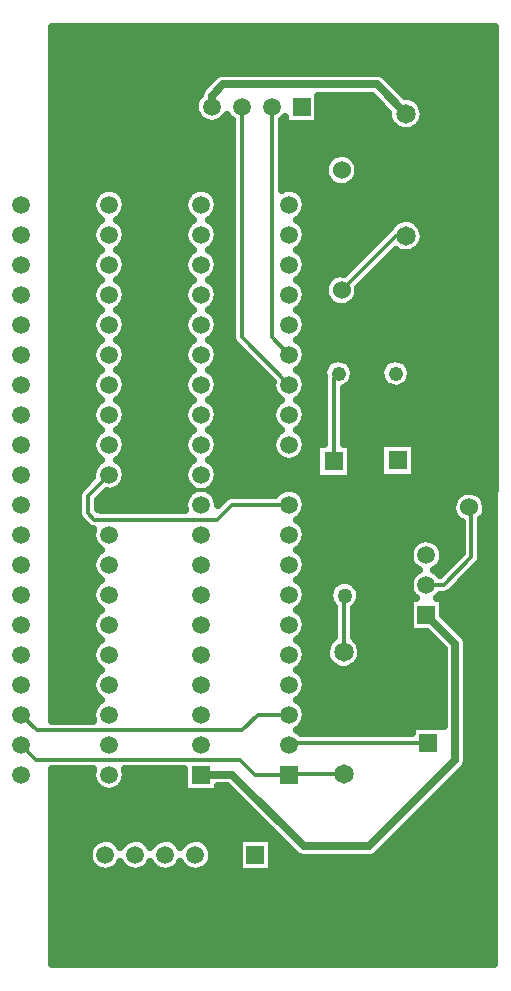
<source format=gbl>
G04 DipTrace 2.3.1.0*
%INLA30KBD.GBL*%
%MOMM*%
%ADD13C,0.33*%
%ADD14C,0.635*%
%ADD15R,1.5X1.5*%
%ADD16C,1.5*%
%ADD17C,1.219*%
%ADD18C,1.65*%
%ADD19C,1.27*%
%ADD20R,1.27X1.27*%
%ADD21R,1.6X1.6*%
%ADD22C,1.6*%
%ADD23C,1.524*%
%ADD24C,1.524*%
%FSLAX53Y53*%
G04*
G71*
G90*
G75*
G01*
%LNBottom*%
%LPD*%
X34452Y34830D2*
D13*
X31798D1*
X30467Y33500D1*
X13092D1*
X11760Y34831D1*
X34452Y29750D2*
X31576D1*
X30287Y31039D1*
X13013D1*
X11760Y32291D1*
X39087Y29795D2*
X34497D1*
X34452Y29750D1*
X38224Y56285D2*
Y63301D1*
X38642Y63719D1*
X19212Y52610D2*
X24010D1*
X25287Y53886D1*
X33188D1*
X34452Y55150D1*
X25287Y53886D2*
Y86224D1*
X25358Y86296D1*
X22818D2*
X25358D1*
X41703Y44921D2*
Y51885D1*
X43635Y53818D1*
X46234Y34990D2*
X44140D1*
X42039Y37091D1*
Y44585D1*
X41703Y44921D1*
X43635Y53818D2*
X45271D1*
X47146Y55693D1*
Y59981D1*
X49708Y62543D1*
X34452Y52610D2*
X29612D1*
X28359Y51356D1*
X17968D1*
X17426Y51899D1*
Y53364D1*
X19212Y55150D1*
X46088Y45799D2*
X47531D1*
X49897Y48165D1*
Y52194D1*
X49708Y52383D1*
X39087Y40145D2*
Y44845D1*
X39163Y44921D1*
X46234Y32450D2*
X34612D1*
X34452Y32290D1*
X44339Y75375D2*
X43497D1*
X38893Y70772D1*
X27000Y29751D2*
D14*
X29649D1*
X35711Y23689D1*
X41211D1*
X48522Y31000D1*
Y40825D1*
X46088Y43259D1*
X27898Y86296D2*
Y87223D1*
X28883Y88208D1*
X41857D1*
X44339Y85725D1*
X32978Y86296D2*
D13*
Y66784D1*
X34452Y65310D1*
X30438Y86296D2*
Y66784D1*
X34452Y62770D1*
X14426Y92389D2*
D14*
X51863D1*
X14426Y91758D2*
X51863D1*
X14426Y91126D2*
X51863D1*
X14426Y90494D2*
X51863D1*
X14426Y89863D2*
X51863D1*
X14426Y89231D2*
X51863D1*
X14426Y88599D2*
X27813D1*
X42932D2*
X51853D1*
X14426Y87968D2*
X27178D1*
X43557D2*
X51853D1*
X14426Y87336D2*
X26850D1*
X44192D2*
X51853D1*
X14426Y86704D2*
X26473D1*
X37008D2*
X41892D1*
X45531D2*
X51853D1*
X14426Y86073D2*
X26434D1*
X37008D2*
X42527D1*
X45859D2*
X51853D1*
X14426Y85441D2*
X26701D1*
X37008D2*
X42805D1*
X45868D2*
X51853D1*
X14426Y84809D2*
X29539D1*
X33883D2*
X43092D1*
X45591D2*
X51853D1*
X14426Y84178D2*
X29539D1*
X33883D2*
X51853D1*
X14426Y83546D2*
X29539D1*
X33883D2*
X51853D1*
X14426Y82914D2*
X29539D1*
X33883D2*
X51853D1*
X14426Y82283D2*
X29539D1*
X33883D2*
X38350D1*
X39439D2*
X51843D1*
X14426Y81651D2*
X29539D1*
X33883D2*
X37586D1*
X40203D2*
X51843D1*
X14426Y81019D2*
X29539D1*
X33883D2*
X37397D1*
X40392D2*
X51843D1*
X14426Y80388D2*
X29539D1*
X33883D2*
X37506D1*
X40282D2*
X51843D1*
X14426Y79756D2*
X29539D1*
X33883D2*
X38012D1*
X39776D2*
X51843D1*
X14426Y79124D2*
X18268D1*
X20161D2*
X26047D1*
X27950D2*
X29539D1*
X35401D2*
X51843D1*
X14426Y78493D2*
X17811D1*
X20617D2*
X25600D1*
X28406D2*
X29539D1*
X35857D2*
X51843D1*
X14426Y77861D2*
X17732D1*
X20687D2*
X25521D1*
X28475D2*
X29539D1*
X35927D2*
X51843D1*
X14426Y77229D2*
X17960D1*
X20468D2*
X25749D1*
X28257D2*
X29539D1*
X35708D2*
X51843D1*
X14426Y76598D2*
X18278D1*
X20141D2*
X26066D1*
X27930D2*
X29539D1*
X35381D2*
X43410D1*
X45263D2*
X51843D1*
X14426Y75966D2*
X17811D1*
X20607D2*
X25600D1*
X28396D2*
X29539D1*
X35847D2*
X42844D1*
X45779D2*
X51834D1*
X14426Y75334D2*
X17732D1*
X20687D2*
X25521D1*
X28475D2*
X29539D1*
X35927D2*
X42209D1*
X45898D2*
X51834D1*
X14426Y74703D2*
X17950D1*
X20468D2*
X25739D1*
X28257D2*
X29539D1*
X35708D2*
X41574D1*
X45739D2*
X51834D1*
X14426Y74071D2*
X18298D1*
X20121D2*
X26086D1*
X27920D2*
X29539D1*
X35361D2*
X40949D1*
X45134D2*
X51834D1*
X14426Y73439D2*
X17821D1*
X20607D2*
X25610D1*
X28396D2*
X29539D1*
X35847D2*
X40314D1*
X42813D2*
X51834D1*
X14436Y72808D2*
X17732D1*
X20697D2*
X25521D1*
X28485D2*
X29539D1*
X35937D2*
X39679D1*
X42178D2*
X51834D1*
X14436Y72176D2*
X17940D1*
X20478D2*
X25729D1*
X28267D2*
X29539D1*
X35718D2*
X38538D1*
X41543D2*
X51834D1*
X14436Y71544D2*
X18317D1*
X20111D2*
X26106D1*
X27900D2*
X29539D1*
X35351D2*
X37625D1*
X40917D2*
X51834D1*
X14436Y70913D2*
X17821D1*
X20597D2*
X25610D1*
X28386D2*
X29539D1*
X35837D2*
X37407D1*
X40382D2*
X51834D1*
X14436Y70281D2*
X17732D1*
X20697D2*
X25521D1*
X28485D2*
X29539D1*
X35937D2*
X37486D1*
X40302D2*
X51824D1*
X14436Y69649D2*
X17930D1*
X20488D2*
X25719D1*
X28277D2*
X29539D1*
X35728D2*
X37933D1*
X39846D2*
X51824D1*
X14436Y69018D2*
X18337D1*
X20091D2*
X26126D1*
X27880D2*
X29539D1*
X35331D2*
X51824D1*
X14436Y68386D2*
X17831D1*
X20597D2*
X25620D1*
X28386D2*
X29539D1*
X35837D2*
X51824D1*
X14436Y67754D2*
X17732D1*
X20697D2*
X25521D1*
X28485D2*
X29539D1*
X35937D2*
X51824D1*
X14436Y67123D2*
X17930D1*
X20498D2*
X25719D1*
X28287D2*
X29539D1*
X35738D2*
X51824D1*
X14436Y66491D2*
X18357D1*
X20072D2*
X26146D1*
X27860D2*
X29589D1*
X35312D2*
X51824D1*
X14436Y65859D2*
X17831D1*
X20588D2*
X25620D1*
X28376D2*
X30115D1*
X35828D2*
X51824D1*
X14436Y65228D2*
X17732D1*
X20697D2*
X25521D1*
X28485D2*
X30750D1*
X35937D2*
X51824D1*
X14436Y64596D2*
X17921D1*
X20508D2*
X25709D1*
X28297D2*
X31375D1*
X35748D2*
X37645D1*
X39638D2*
X42467D1*
X44469D2*
X51824D1*
X14436Y63964D2*
X18377D1*
X20052D2*
X26166D1*
X27840D2*
X32010D1*
X35292D2*
X37318D1*
X39965D2*
X42150D1*
X44787D2*
X51814D1*
X14436Y63333D2*
X17841D1*
X20578D2*
X25630D1*
X28366D2*
X32645D1*
X35818D2*
X37328D1*
X39925D2*
X42180D1*
X44757D2*
X51814D1*
X14436Y62701D2*
X17732D1*
X20697D2*
X25511D1*
X28485D2*
X32972D1*
X35937D2*
X37328D1*
X39489D2*
X42626D1*
X44311D2*
X51814D1*
X14436Y62069D2*
X17911D1*
X20518D2*
X25699D1*
X28297D2*
X33151D1*
X35758D2*
X37328D1*
X39122D2*
X51814D1*
X14436Y61438D2*
X18397D1*
X20032D2*
X26185D1*
X27821D2*
X33637D1*
X35272D2*
X37328D1*
X39122D2*
X51814D1*
X14436Y60806D2*
X17851D1*
X20578D2*
X25640D1*
X28366D2*
X33091D1*
X35818D2*
X37328D1*
X39122D2*
X51814D1*
X14436Y60174D2*
X17722D1*
X20697D2*
X25511D1*
X28485D2*
X32962D1*
X35937D2*
X37328D1*
X39122D2*
X51814D1*
X14436Y59543D2*
X17901D1*
X20518D2*
X25689D1*
X28307D2*
X33141D1*
X35758D2*
X37328D1*
X39122D2*
X51814D1*
X14436Y58911D2*
X18417D1*
X20002D2*
X26205D1*
X27801D2*
X33657D1*
X35242D2*
X37328D1*
X39122D2*
X51814D1*
X14436Y58279D2*
X17851D1*
X20568D2*
X25640D1*
X28356D2*
X33091D1*
X35808D2*
X37328D1*
X39122D2*
X51814D1*
X14436Y57648D2*
X17722D1*
X20697D2*
X25511D1*
X28485D2*
X32962D1*
X35937D2*
X36693D1*
X39757D2*
X42100D1*
X45174D2*
X51804D1*
X14436Y57016D2*
X17891D1*
X20528D2*
X25689D1*
X28317D2*
X33131D1*
X35768D2*
X36693D1*
X39757D2*
X42100D1*
X45174D2*
X51804D1*
X14436Y56384D2*
X18436D1*
X19982D2*
X26225D1*
X27771D2*
X33825D1*
X35083D2*
X36693D1*
X39757D2*
X42100D1*
X45174D2*
X51804D1*
X14436Y55753D2*
X17861D1*
X20568D2*
X25650D1*
X28356D2*
X36693D1*
X39757D2*
X42100D1*
X45174D2*
X51804D1*
X14436Y55121D2*
X17722D1*
X20697D2*
X25511D1*
X28485D2*
X36693D1*
X39757D2*
X42100D1*
X45174D2*
X51804D1*
X14436Y54489D2*
X17305D1*
X20538D2*
X25679D1*
X28327D2*
X51804D1*
X14436Y53858D2*
X16680D1*
X19873D2*
X26255D1*
X27751D2*
X33706D1*
X35202D2*
X51804D1*
X14446Y53226D2*
X16522D1*
X18534D2*
X25650D1*
X28346D2*
X28983D1*
X35798D2*
X48480D1*
X50929D2*
X51804D1*
X14446Y52594D2*
X16522D1*
X18325D2*
X25511D1*
X35937D2*
X48222D1*
X51187D2*
X51804D1*
X14446Y51963D2*
X16522D1*
X35778D2*
X48272D1*
X51147D2*
X51804D1*
X14446Y51331D2*
X16750D1*
X35173D2*
X48668D1*
X50800D2*
X51794D1*
X14446Y50699D2*
X17385D1*
X35788D2*
X48996D1*
X50800D2*
X51794D1*
X14446Y50068D2*
X17722D1*
X35937D2*
X48996D1*
X50800D2*
X51794D1*
X14446Y49436D2*
X17871D1*
X35788D2*
X45116D1*
X47059D2*
X48996D1*
X50800D2*
X51794D1*
X14446Y48804D2*
X18496D1*
X35163D2*
X44680D1*
X47496D2*
X48996D1*
X50800D2*
X51794D1*
X14446Y48173D2*
X17881D1*
X35788D2*
X44610D1*
X47565D2*
X48659D1*
X50800D2*
X51794D1*
X14446Y47541D2*
X17722D1*
X35937D2*
X44849D1*
X47327D2*
X48024D1*
X50522D2*
X51794D1*
X14446Y46909D2*
X17871D1*
X35798D2*
X45136D1*
X47039D2*
X47389D1*
X49887D2*
X51794D1*
X14446Y46278D2*
X18476D1*
X35193D2*
X44680D1*
X49262D2*
X51794D1*
X14446Y45646D2*
X17881D1*
X35778D2*
X38012D1*
X40312D2*
X44610D1*
X48627D2*
X51784D1*
X14446Y45014D2*
X17722D1*
X35937D2*
X37794D1*
X40531D2*
X44839D1*
X47883D2*
X51784D1*
X14446Y44383D2*
X17861D1*
X35798D2*
X37903D1*
X40421D2*
X44600D1*
X47575D2*
X51784D1*
X14446Y43751D2*
X18446D1*
X35212D2*
X38181D1*
X39985D2*
X44600D1*
X47575D2*
X51784D1*
X14446Y43119D2*
X17891D1*
X35768D2*
X38181D1*
X39985D2*
X44600D1*
X47694D2*
X51784D1*
X14446Y42488D2*
X17722D1*
X35937D2*
X38181D1*
X39985D2*
X44600D1*
X48319D2*
X51784D1*
X14446Y41856D2*
X17851D1*
X35808D2*
X38181D1*
X39985D2*
X44600D1*
X48954D2*
X51784D1*
X14446Y41224D2*
X18427D1*
X35242D2*
X37983D1*
X40193D2*
X46654D1*
X49490D2*
X51784D1*
X14446Y40593D2*
X17901D1*
X35768D2*
X37596D1*
X40580D2*
X47289D1*
X49579D2*
X51784D1*
X14446Y39961D2*
X17722D1*
X35937D2*
X37536D1*
X40640D2*
X47468D1*
X49579D2*
X51784D1*
X14446Y39329D2*
X17851D1*
X35818D2*
X37764D1*
X40402D2*
X47468D1*
X49579D2*
X51774D1*
X14446Y38698D2*
X18407D1*
X35262D2*
X38637D1*
X39538D2*
X47468D1*
X49579D2*
X51774D1*
X14446Y38066D2*
X17911D1*
X35758D2*
X47468D1*
X49579D2*
X51774D1*
X14446Y37434D2*
X17722D1*
X35937D2*
X47468D1*
X49579D2*
X51774D1*
X14446Y36803D2*
X17841D1*
X35818D2*
X47468D1*
X49579D2*
X51774D1*
X14446Y36171D2*
X18387D1*
X35282D2*
X47468D1*
X49579D2*
X51774D1*
X14446Y35539D2*
X17911D1*
X35748D2*
X47468D1*
X49579D2*
X51774D1*
X14446Y34908D2*
X17732D1*
X35937D2*
X47468D1*
X49579D2*
X51774D1*
X35828Y34276D2*
X47468D1*
X49579D2*
X51774D1*
X35302Y33644D2*
X44749D1*
X49579D2*
X51774D1*
X49579Y33013D2*
X51764D1*
X49579Y32381D2*
X51764D1*
X49579Y31749D2*
X51764D1*
X49579Y31118D2*
X51764D1*
X49430Y30486D2*
X51764D1*
X14456Y29854D2*
X17732D1*
X20697D2*
X25511D1*
X48845D2*
X51764D1*
X14456Y29223D2*
X17831D1*
X20597D2*
X25511D1*
X48210D2*
X51764D1*
X14456Y28591D2*
X18327D1*
X20101D2*
X25511D1*
X28485D2*
X29341D1*
X47575D2*
X51764D1*
X14456Y27959D2*
X29976D1*
X46950D2*
X51764D1*
X14456Y27328D2*
X30611D1*
X46315D2*
X51754D1*
X14456Y26696D2*
X31236D1*
X45680D2*
X51754D1*
X14456Y26064D2*
X31871D1*
X45055D2*
X51754D1*
X14456Y25433D2*
X32506D1*
X44420D2*
X51754D1*
X14456Y24801D2*
X33131D1*
X43785D2*
X51754D1*
X14456Y24169D2*
X18069D1*
X19724D2*
X20609D1*
X22264D2*
X23149D1*
X24804D2*
X25689D1*
X27344D2*
X30115D1*
X33079D2*
X33766D1*
X43160D2*
X51754D1*
X14456Y23538D2*
X17534D1*
X27890D2*
X30115D1*
X33079D2*
X34401D1*
X42525D2*
X51754D1*
X14456Y22906D2*
X17415D1*
X27999D2*
X30115D1*
X33079D2*
X35046D1*
X41880D2*
X51754D1*
X14456Y22274D2*
X17593D1*
X27821D2*
X30115D1*
X33079D2*
X51754D1*
X14456Y21643D2*
X18317D1*
X19476D2*
X20857D1*
X22016D2*
X23397D1*
X24556D2*
X25937D1*
X27096D2*
X30115D1*
X33079D2*
X51754D1*
X14456Y21011D2*
X51744D1*
X14456Y20379D2*
X51744D1*
X14456Y19748D2*
X51744D1*
X14456Y19116D2*
X51744D1*
X14456Y18484D2*
X51744D1*
X14456Y17853D2*
X51744D1*
X14456Y17221D2*
X51744D1*
X14456Y16589D2*
X51744D1*
X14456Y15958D2*
X51744D1*
X14456Y15326D2*
X51744D1*
X14456Y14694D2*
X51734D1*
X14466Y14063D2*
X51734D1*
X28423Y28763D2*
Y28328D1*
X25577D1*
Y30204D1*
X20554Y30201D1*
X20587Y30115D1*
X20635Y29750D1*
X20600Y29435D1*
X20495Y29136D1*
X20328Y28867D1*
X20105Y28642D1*
X19837Y28472D1*
X19539Y28365D1*
X19225Y28327D1*
X18909Y28360D1*
X18609Y28461D1*
X18339Y28626D1*
X18112Y28847D1*
X17939Y29113D1*
X17830Y29410D1*
X17789Y29724D1*
X17818Y30040D1*
X17871Y30200D1*
X14382Y30201D1*
X14390Y28569D1*
X14398Y13756D1*
X51800Y13757D1*
X51929Y93022D1*
X14358Y93021D1*
X14388Y34333D1*
X17884Y34338D1*
X17830Y34490D1*
X17789Y34804D1*
X17818Y35120D1*
X17917Y35421D1*
X18080Y35693D1*
X18299Y35922D1*
X18572Y36100D1*
X18339Y36246D1*
X18112Y36467D1*
X17939Y36733D1*
X17830Y37030D1*
X17789Y37344D1*
X17818Y37660D1*
X17917Y37961D1*
X18080Y38233D1*
X18299Y38462D1*
X18572Y38640D1*
X18339Y38786D1*
X18112Y39007D1*
X17939Y39273D1*
X17830Y39570D1*
X17789Y39884D1*
X17818Y40200D1*
X17917Y40501D1*
X18080Y40773D1*
X18299Y41002D1*
X18572Y41180D1*
X18339Y41326D1*
X18112Y41547D1*
X17939Y41813D1*
X17830Y42110D1*
X17789Y42424D1*
X17818Y42740D1*
X17917Y43041D1*
X18080Y43313D1*
X18299Y43542D1*
X18572Y43720D1*
X18339Y43866D1*
X18112Y44087D1*
X17939Y44353D1*
X17830Y44650D1*
X17789Y44964D1*
X17818Y45280D1*
X17917Y45581D1*
X18080Y45853D1*
X18299Y46082D1*
X18572Y46260D1*
X18339Y46406D1*
X18112Y46627D1*
X17939Y46893D1*
X17830Y47190D1*
X17789Y47504D1*
X17818Y47820D1*
X17917Y48121D1*
X18080Y48393D1*
X18299Y48622D1*
X18572Y48800D1*
X18339Y48946D1*
X18112Y49167D1*
X17939Y49433D1*
X17830Y49730D1*
X17789Y50044D1*
X17818Y50360D1*
X17871Y50520D1*
X17724Y50555D1*
X17444Y50702D1*
X16833Y51306D1*
X16656Y51567D1*
X16588Y51899D1*
Y53364D1*
X16647Y53674D1*
X16833Y53957D1*
X17808Y54932D1*
X17789Y55124D1*
X17818Y55440D1*
X17917Y55741D1*
X18080Y56013D1*
X18299Y56242D1*
X18572Y56420D1*
X18339Y56566D1*
X18112Y56787D1*
X17939Y57053D1*
X17830Y57350D1*
X17789Y57664D1*
X17818Y57980D1*
X17917Y58281D1*
X18080Y58553D1*
X18299Y58782D1*
X18572Y58960D1*
X18339Y59106D1*
X18112Y59327D1*
X17939Y59593D1*
X17830Y59890D1*
X17789Y60204D1*
X17818Y60520D1*
X17917Y60821D1*
X18080Y61093D1*
X18299Y61322D1*
X18572Y61500D1*
X18339Y61646D1*
X18112Y61867D1*
X17939Y62133D1*
X17830Y62430D1*
X17789Y62744D1*
X17818Y63060D1*
X17917Y63361D1*
X18080Y63633D1*
X18299Y63862D1*
X18572Y64040D1*
X18339Y64186D1*
X18112Y64407D1*
X17939Y64673D1*
X17830Y64970D1*
X17789Y65284D1*
X17818Y65600D1*
X17917Y65901D1*
X18080Y66173D1*
X18299Y66402D1*
X18572Y66580D1*
X18339Y66726D1*
X18112Y66947D1*
X17939Y67213D1*
X17830Y67510D1*
X17789Y67824D1*
X17818Y68140D1*
X17917Y68441D1*
X18080Y68713D1*
X18299Y68942D1*
X18572Y69120D1*
X18339Y69266D1*
X18112Y69487D1*
X17939Y69753D1*
X17830Y70050D1*
X17789Y70364D1*
X17818Y70680D1*
X17917Y70981D1*
X18080Y71253D1*
X18299Y71482D1*
X18572Y71660D1*
X18339Y71806D1*
X18112Y72027D1*
X17939Y72293D1*
X17830Y72590D1*
X17789Y72904D1*
X17818Y73220D1*
X17917Y73521D1*
X18080Y73793D1*
X18299Y74022D1*
X18572Y74200D1*
X18339Y74346D1*
X18112Y74567D1*
X17939Y74833D1*
X17830Y75130D1*
X17789Y75444D1*
X17818Y75760D1*
X17917Y76061D1*
X18080Y76333D1*
X18299Y76562D1*
X18572Y76740D1*
X18339Y76886D1*
X18112Y77107D1*
X17939Y77373D1*
X17830Y77670D1*
X17789Y77984D1*
X17818Y78300D1*
X17917Y78601D1*
X18080Y78873D1*
X18299Y79102D1*
X18563Y79277D1*
X18859Y79389D1*
X19173Y79433D1*
X19489Y79406D1*
X19791Y79310D1*
X20064Y79150D1*
X20295Y78933D1*
X20472Y78670D1*
X20587Y78375D1*
X20635Y78010D1*
X20600Y77695D1*
X20495Y77396D1*
X20328Y77127D1*
X20105Y76902D1*
X19846Y76737D1*
X20064Y76610D1*
X20295Y76393D1*
X20472Y76130D1*
X20587Y75835D1*
X20635Y75470D1*
X20600Y75155D1*
X20495Y74856D1*
X20328Y74587D1*
X20105Y74362D1*
X19846Y74197D1*
X20064Y74070D1*
X20295Y73853D1*
X20472Y73590D1*
X20587Y73295D1*
X20635Y72930D1*
X20600Y72615D1*
X20495Y72316D1*
X20328Y72047D1*
X20105Y71822D1*
X19846Y71657D1*
X20064Y71530D1*
X20295Y71313D1*
X20472Y71050D1*
X20587Y70755D1*
X20635Y70390D1*
X20600Y70075D1*
X20495Y69776D1*
X20328Y69507D1*
X20105Y69282D1*
X19846Y69117D1*
X20064Y68990D1*
X20295Y68773D1*
X20472Y68510D1*
X20587Y68215D1*
X20635Y67850D1*
X20600Y67535D1*
X20495Y67236D1*
X20328Y66967D1*
X20105Y66742D1*
X19846Y66577D1*
X20064Y66450D1*
X20295Y66233D1*
X20472Y65970D1*
X20587Y65675D1*
X20635Y65310D1*
X20600Y64995D1*
X20495Y64696D1*
X20328Y64427D1*
X20105Y64202D1*
X19846Y64037D1*
X20064Y63910D1*
X20295Y63693D1*
X20472Y63430D1*
X20587Y63135D1*
X20635Y62770D1*
X20600Y62455D1*
X20495Y62156D1*
X20328Y61887D1*
X20105Y61662D1*
X19846Y61497D1*
X20064Y61370D1*
X20295Y61153D1*
X20472Y60890D1*
X20587Y60595D1*
X20635Y60230D1*
X20600Y59915D1*
X20495Y59616D1*
X20328Y59347D1*
X20105Y59122D1*
X19846Y58957D1*
X20064Y58830D1*
X20295Y58613D1*
X20472Y58350D1*
X20587Y58055D1*
X20635Y57690D1*
X20600Y57375D1*
X20495Y57076D1*
X20328Y56807D1*
X20105Y56582D1*
X19846Y56417D1*
X20064Y56290D1*
X20295Y56073D1*
X20472Y55810D1*
X20587Y55515D1*
X20635Y55150D1*
X20600Y54835D1*
X20495Y54536D1*
X20328Y54267D1*
X20105Y54042D1*
X19837Y53872D1*
X19539Y53765D1*
X19225Y53727D1*
X18998Y53750D1*
X18268Y53021D1*
X18264Y52243D1*
X18603Y52194D1*
X25637D1*
X25577Y52586D1*
X25607Y52901D1*
X25706Y53202D1*
X25868Y53474D1*
X26087Y53703D1*
X26361Y53881D1*
X26127Y54027D1*
X25900Y54248D1*
X25728Y54514D1*
X25618Y54811D1*
X25577Y55126D1*
X25607Y55441D1*
X25706Y55742D1*
X25868Y56014D1*
X26087Y56243D1*
X26361Y56421D1*
X26127Y56567D1*
X25900Y56788D1*
X25728Y57054D1*
X25618Y57351D1*
X25577Y57666D1*
X25607Y57981D1*
X25706Y58282D1*
X25868Y58554D1*
X26087Y58783D1*
X26361Y58961D1*
X26127Y59107D1*
X25900Y59328D1*
X25728Y59594D1*
X25618Y59891D1*
X25577Y60206D1*
X25607Y60521D1*
X25706Y60822D1*
X25868Y61094D1*
X26087Y61323D1*
X26361Y61501D1*
X26127Y61647D1*
X25900Y61868D1*
X25728Y62134D1*
X25618Y62431D1*
X25577Y62746D1*
X25607Y63061D1*
X25706Y63362D1*
X25868Y63634D1*
X26087Y63863D1*
X26361Y64041D1*
X26127Y64187D1*
X25900Y64408D1*
X25728Y64674D1*
X25618Y64971D1*
X25577Y65286D1*
X25607Y65601D1*
X25706Y65902D1*
X25868Y66174D1*
X26087Y66403D1*
X26361Y66581D1*
X26127Y66727D1*
X25900Y66948D1*
X25728Y67214D1*
X25618Y67511D1*
X25577Y67826D1*
X25607Y68141D1*
X25706Y68442D1*
X25868Y68714D1*
X26087Y68943D1*
X26361Y69121D1*
X26127Y69267D1*
X25900Y69488D1*
X25728Y69754D1*
X25618Y70051D1*
X25577Y70366D1*
X25607Y70681D1*
X25706Y70982D1*
X25868Y71254D1*
X26087Y71483D1*
X26361Y71661D1*
X26127Y71807D1*
X25900Y72028D1*
X25728Y72294D1*
X25618Y72591D1*
X25577Y72906D1*
X25607Y73221D1*
X25706Y73522D1*
X25868Y73794D1*
X26087Y74023D1*
X26361Y74201D1*
X26127Y74347D1*
X25900Y74568D1*
X25728Y74834D1*
X25618Y75131D1*
X25577Y75446D1*
X25607Y75761D1*
X25706Y76062D1*
X25868Y76334D1*
X26087Y76563D1*
X26361Y76741D1*
X26127Y76887D1*
X25900Y77108D1*
X25728Y77374D1*
X25618Y77671D1*
X25577Y77986D1*
X25607Y78301D1*
X25706Y78602D1*
X25868Y78874D1*
X26087Y79103D1*
X26351Y79278D1*
X26648Y79390D1*
X26962Y79434D1*
X27277Y79407D1*
X27579Y79311D1*
X27852Y79151D1*
X28084Y78934D1*
X28261Y78672D1*
X28376Y78376D1*
X28423Y78011D1*
X28388Y77696D1*
X28284Y77397D1*
X28116Y77128D1*
X27893Y76903D1*
X27634Y76739D1*
X27852Y76611D1*
X28084Y76394D1*
X28261Y76132D1*
X28376Y75836D1*
X28423Y75471D1*
X28388Y75156D1*
X28284Y74857D1*
X28116Y74588D1*
X27893Y74363D1*
X27634Y74199D1*
X27852Y74071D1*
X28084Y73854D1*
X28261Y73592D1*
X28376Y73296D1*
X28423Y72931D1*
X28388Y72616D1*
X28284Y72317D1*
X28116Y72048D1*
X27893Y71823D1*
X27634Y71659D1*
X27852Y71531D1*
X28084Y71314D1*
X28261Y71052D1*
X28376Y70756D1*
X28423Y70391D1*
X28388Y70076D1*
X28284Y69777D1*
X28116Y69508D1*
X27893Y69283D1*
X27634Y69119D1*
X27852Y68991D1*
X28084Y68774D1*
X28261Y68512D1*
X28376Y68216D1*
X28423Y67851D1*
X28388Y67536D1*
X28284Y67237D1*
X28116Y66968D1*
X27893Y66743D1*
X27634Y66579D1*
X27852Y66451D1*
X28084Y66234D1*
X28261Y65972D1*
X28376Y65676D1*
X28423Y65311D1*
X28388Y64996D1*
X28284Y64697D1*
X28116Y64428D1*
X27893Y64203D1*
X27634Y64039D1*
X27852Y63911D1*
X28084Y63694D1*
X28261Y63432D1*
X28376Y63136D1*
X28423Y62771D1*
X28388Y62456D1*
X28284Y62157D1*
X28116Y61888D1*
X27893Y61663D1*
X27634Y61499D1*
X27852Y61371D1*
X28084Y61154D1*
X28261Y60892D1*
X28376Y60596D1*
X28423Y60231D1*
X28388Y59916D1*
X28284Y59617D1*
X28116Y59348D1*
X27893Y59123D1*
X27634Y58959D1*
X27852Y58831D1*
X28084Y58614D1*
X28261Y58352D1*
X28376Y58056D1*
X28423Y57691D1*
X28388Y57376D1*
X28284Y57077D1*
X28116Y56808D1*
X27893Y56583D1*
X27634Y56419D1*
X27852Y56291D1*
X28084Y56074D1*
X28261Y55812D1*
X28376Y55516D1*
X28423Y55151D1*
X28388Y54836D1*
X28284Y54537D1*
X28116Y54268D1*
X27893Y54043D1*
X27634Y53879D1*
X27852Y53751D1*
X28084Y53534D1*
X28261Y53272D1*
X28376Y52976D1*
X28422Y52602D1*
X29020Y53203D1*
X29281Y53380D1*
X29612Y53448D1*
X33293D1*
X33539Y53702D1*
X33803Y53877D1*
X34099Y53989D1*
X34413Y54033D1*
X34729Y54006D1*
X35031Y53910D1*
X35304Y53750D1*
X35535Y53533D1*
X35712Y53270D1*
X35827Y52975D1*
X35875Y52610D1*
X35840Y52295D1*
X35735Y51996D1*
X35568Y51727D1*
X35345Y51502D1*
X35086Y51337D1*
X35304Y51210D1*
X35535Y50993D1*
X35712Y50730D1*
X35827Y50435D1*
X35875Y50070D1*
X35840Y49755D1*
X35735Y49456D1*
X35568Y49187D1*
X35345Y48962D1*
X35086Y48797D1*
X35304Y48670D1*
X35535Y48453D1*
X35712Y48190D1*
X35827Y47895D1*
X35875Y47530D1*
X35840Y47215D1*
X35735Y46916D1*
X35568Y46647D1*
X35345Y46422D1*
X35086Y46257D1*
X35304Y46130D1*
X35535Y45913D1*
X35712Y45650D1*
X35827Y45355D1*
X35875Y44990D1*
X35840Y44675D1*
X35735Y44376D1*
X35568Y44107D1*
X35345Y43882D1*
X35086Y43717D1*
X35304Y43590D1*
X35535Y43373D1*
X35712Y43110D1*
X35827Y42815D1*
X35875Y42450D1*
X35840Y42135D1*
X35735Y41836D1*
X35568Y41567D1*
X35345Y41342D1*
X35086Y41177D1*
X35304Y41050D1*
X35535Y40833D1*
X35712Y40570D1*
X35827Y40275D1*
X35875Y39910D1*
X35840Y39595D1*
X35735Y39296D1*
X35568Y39027D1*
X35345Y38802D1*
X35086Y38637D1*
X35304Y38510D1*
X35535Y38293D1*
X35712Y38030D1*
X35827Y37735D1*
X35875Y37370D1*
X35840Y37055D1*
X35735Y36756D1*
X35568Y36487D1*
X35345Y36262D1*
X35086Y36097D1*
X35304Y35970D1*
X35535Y35753D1*
X35712Y35490D1*
X35827Y35195D1*
X35875Y34830D1*
X35840Y34515D1*
X35735Y34216D1*
X35568Y33947D1*
X35345Y33722D1*
X35086Y33557D1*
X35304Y33430D1*
X35456Y33288D1*
X44821D1*
X44811Y33873D1*
X47533D1*
X47531Y40416D1*
X46116Y41830D1*
X44664Y41836D1*
Y44682D1*
X45210D1*
X44988Y44896D1*
X44815Y45162D1*
X44706Y45459D1*
X44665Y45774D1*
X44694Y46089D1*
X44793Y46390D1*
X44956Y46662D1*
X45175Y46891D1*
X45448Y47069D1*
X45215Y47215D1*
X44988Y47436D1*
X44815Y47702D1*
X44706Y47999D1*
X44665Y48314D1*
X44694Y48629D1*
X44793Y48930D1*
X44956Y49202D1*
X45175Y49431D1*
X45439Y49606D1*
X45735Y49718D1*
X46049Y49762D1*
X46365Y49735D1*
X46667Y49639D1*
X46940Y49479D1*
X47171Y49262D1*
X47348Y49000D1*
X47463Y48704D1*
X47511Y48339D1*
X47475Y48024D1*
X47371Y47725D1*
X47204Y47456D1*
X46981Y47231D1*
X46722Y47066D1*
X46940Y46939D1*
X47210Y46665D1*
X49064Y48518D1*
X49059Y51112D1*
X48849Y51233D1*
X48618Y51450D1*
X48439Y51712D1*
X48323Y52006D1*
X48274Y52319D1*
X48295Y52635D1*
X48385Y52939D1*
X48539Y53216D1*
X48751Y53452D1*
X49009Y53636D1*
X49301Y53759D1*
X49613Y53815D1*
X49929Y53801D1*
X50235Y53718D1*
X50515Y53569D1*
X50756Y53363D1*
X50945Y53109D1*
X51075Y52820D1*
X51143Y52383D1*
X51108Y52068D1*
X51005Y51768D1*
X50838Y51499D1*
X50734Y51392D1*
X50735Y48165D1*
X50676Y47855D1*
X50489Y47573D1*
X48124Y45207D1*
X47862Y45030D1*
X47531Y44961D1*
X47243D1*
X46972Y44686D1*
X47511Y44682D1*
Y43244D1*
X49222Y41526D1*
X49407Y41269D1*
X49502Y40958D1*
X49512Y40825D1*
Y31000D1*
X49462Y30688D1*
X49308Y30400D1*
X49222Y30299D1*
X41912Y22989D1*
X41655Y22804D1*
X41344Y22709D1*
X41211Y22699D1*
X35711D1*
X35398Y22749D1*
X35111Y22903D1*
X35010Y22989D1*
X29236Y28763D1*
X28428Y28761D1*
X30492Y24393D2*
X33021D1*
Y21546D1*
X30174D1*
Y24393D1*
X30492D1*
X27905Y22655D2*
X27801Y22355D1*
X27634Y22087D1*
X27411Y21862D1*
X27143Y21691D1*
X26845Y21585D1*
X26531Y21547D1*
X26215Y21579D1*
X25915Y21680D1*
X25645Y21846D1*
X25418Y22067D1*
X25251Y22324D1*
X25094Y22087D1*
X24871Y21862D1*
X24603Y21691D1*
X24305Y21585D1*
X23991Y21547D1*
X23675Y21579D1*
X23375Y21680D1*
X23105Y21846D1*
X22878Y22067D1*
X22711Y22324D1*
X22554Y22087D1*
X22331Y21862D1*
X22063Y21691D1*
X21765Y21585D1*
X21451Y21547D1*
X21135Y21579D1*
X20835Y21680D1*
X20565Y21846D1*
X20338Y22067D1*
X20171Y22324D1*
X20014Y22087D1*
X19791Y21862D1*
X19523Y21691D1*
X19225Y21585D1*
X18911Y21547D1*
X18595Y21579D1*
X18295Y21680D1*
X18025Y21846D1*
X17798Y22067D1*
X17625Y22332D1*
X17516Y22630D1*
X17475Y22944D1*
X17504Y23259D1*
X17603Y23560D1*
X17766Y23832D1*
X17985Y24061D1*
X18249Y24236D1*
X18545Y24348D1*
X18859Y24392D1*
X19175Y24365D1*
X19477Y24270D1*
X19750Y24109D1*
X19981Y23892D1*
X20169Y23602D1*
X20306Y23832D1*
X20525Y24061D1*
X20789Y24236D1*
X21085Y24348D1*
X21399Y24392D1*
X21715Y24365D1*
X22017Y24270D1*
X22290Y24109D1*
X22521Y23892D1*
X22709Y23602D1*
X22846Y23832D1*
X23065Y24061D1*
X23329Y24236D1*
X23625Y24348D1*
X23939Y24392D1*
X24255Y24365D1*
X24557Y24270D1*
X24830Y24109D1*
X25061Y23892D1*
X25249Y23602D1*
X25386Y23832D1*
X25605Y24061D1*
X25869Y24236D1*
X26165Y24348D1*
X26479Y24392D1*
X26795Y24365D1*
X27097Y24270D1*
X27370Y24109D1*
X27601Y23892D1*
X27778Y23630D1*
X27893Y23335D1*
X27941Y22970D1*
X27905Y22655D1*
X36941Y87213D2*
Y84873D1*
X34095D1*
X34094Y85413D1*
X33813Y85151D1*
X33816Y79281D1*
X34099Y79389D1*
X34413Y79433D1*
X34729Y79406D1*
X35031Y79310D1*
X35304Y79150D1*
X35535Y78933D1*
X35712Y78670D1*
X35827Y78375D1*
X35875Y78010D1*
X35840Y77695D1*
X35735Y77396D1*
X35568Y77127D1*
X35345Y76902D1*
X35086Y76737D1*
X35304Y76610D1*
X35535Y76393D1*
X35712Y76130D1*
X35827Y75835D1*
X35875Y75470D1*
X35840Y75155D1*
X35735Y74856D1*
X35568Y74587D1*
X35345Y74362D1*
X35086Y74197D1*
X35304Y74070D1*
X35535Y73853D1*
X35712Y73590D1*
X35827Y73295D1*
X35875Y72930D1*
X35840Y72615D1*
X35735Y72316D1*
X35568Y72047D1*
X35345Y71822D1*
X35086Y71657D1*
X35304Y71530D1*
X35535Y71313D1*
X35712Y71050D1*
X35827Y70755D1*
X35875Y70390D1*
X35840Y70075D1*
X35735Y69776D1*
X35568Y69507D1*
X35345Y69282D1*
X35086Y69117D1*
X35304Y68990D1*
X35535Y68773D1*
X35712Y68510D1*
X35827Y68215D1*
X35875Y67850D1*
X35840Y67535D1*
X35735Y67236D1*
X35568Y66967D1*
X35345Y66742D1*
X35086Y66577D1*
X35304Y66450D1*
X35535Y66233D1*
X35712Y65970D1*
X35827Y65675D1*
X35875Y65310D1*
X35840Y64995D1*
X35735Y64696D1*
X35568Y64427D1*
X35345Y64202D1*
X35086Y64037D1*
X35304Y63910D1*
X35535Y63693D1*
X35712Y63430D1*
X35827Y63135D1*
X35875Y62770D1*
X35840Y62455D1*
X35735Y62156D1*
X35568Y61887D1*
X35345Y61662D1*
X35086Y61497D1*
X35304Y61370D1*
X35535Y61153D1*
X35712Y60890D1*
X35827Y60595D1*
X35875Y60230D1*
X35840Y59915D1*
X35735Y59616D1*
X35568Y59347D1*
X35345Y59122D1*
X35086Y58957D1*
X35304Y58830D1*
X35535Y58613D1*
X35712Y58350D1*
X35827Y58055D1*
X35875Y57690D1*
X35840Y57375D1*
X35735Y57076D1*
X35568Y56807D1*
X35345Y56582D1*
X35077Y56412D1*
X34779Y56305D1*
X34465Y56267D1*
X34149Y56300D1*
X33849Y56401D1*
X33579Y56566D1*
X33352Y56787D1*
X33179Y57053D1*
X33070Y57350D1*
X33029Y57664D1*
X33058Y57980D1*
X33157Y58281D1*
X33320Y58553D1*
X33539Y58782D1*
X33812Y58960D1*
X33579Y59106D1*
X33352Y59327D1*
X33179Y59593D1*
X33070Y59890D1*
X33029Y60204D1*
X33058Y60520D1*
X33157Y60821D1*
X33320Y61093D1*
X33539Y61322D1*
X33812Y61500D1*
X33579Y61646D1*
X33352Y61867D1*
X33179Y62133D1*
X33070Y62430D1*
X33029Y62744D1*
X33052Y62991D1*
X29846Y66191D1*
X29668Y66452D1*
X29600Y66784D1*
Y85149D1*
X29338Y85393D1*
X29171Y85650D1*
X29014Y85413D1*
X28791Y85188D1*
X28524Y85018D1*
X28226Y84911D1*
X27911Y84873D1*
X27596Y84905D1*
X27296Y85007D1*
X27025Y85172D1*
X26798Y85393D1*
X26626Y85659D1*
X26516Y85956D1*
X26475Y86270D1*
X26505Y86586D1*
X26603Y86887D1*
X26766Y87159D1*
X26910Y87309D1*
X26929Y87427D1*
X27043Y87722D1*
X27198Y87923D1*
X28183Y88908D1*
X28439Y89093D1*
X28751Y89188D1*
X28883Y89198D1*
X41857D1*
X42169Y89148D1*
X42456Y88994D1*
X42557Y88908D1*
X44264Y87221D1*
X44581Y87204D1*
X44886Y87120D1*
X45167Y86973D1*
X45411Y86771D1*
X45607Y86522D1*
X45747Y86237D1*
X45823Y85930D1*
X45837Y85725D1*
X45804Y85410D1*
X45704Y85109D1*
X45544Y84836D1*
X45330Y84602D1*
X45072Y84419D1*
X44780Y84294D1*
X44469Y84233D1*
X44153Y84239D1*
X43844Y84311D1*
X43558Y84447D1*
X43306Y84640D1*
X43101Y84881D1*
X42951Y85161D1*
X42864Y85465D1*
X42846Y85811D1*
X41443Y87221D1*
X36945Y87217D1*
X44711Y63404D2*
X44596Y63109D1*
X44413Y62851D1*
X44171Y62646D1*
X43887Y62507D1*
X43577Y62441D1*
X43261Y62453D1*
X42957Y62542D1*
X42684Y62703D1*
X42459Y62926D1*
X42296Y63197D1*
X42204Y63500D1*
X42189Y63816D1*
X42252Y64127D1*
X42389Y64412D1*
X42591Y64655D1*
X42848Y64842D1*
X43142Y64959D1*
X43456Y65001D1*
X43770Y64965D1*
X44066Y64853D1*
X44326Y64672D1*
X44533Y64432D1*
X44676Y64150D1*
X44750Y63719D1*
X44711Y63404D1*
X39885D2*
X39770Y63109D1*
X39587Y62851D1*
X39345Y62646D1*
X39070Y62511D1*
X39062Y60126D1*
Y57755D1*
X39697Y57758D1*
Y54812D1*
X36751D1*
Y57758D1*
X37396D1*
X37386Y58825D1*
X37378Y63500D1*
X37363Y63816D1*
X37426Y64127D1*
X37563Y64412D1*
X37765Y64655D1*
X38022Y64842D1*
X38316Y64959D1*
X38630Y65001D1*
X38944Y64965D1*
X39240Y64853D1*
X39500Y64672D1*
X39707Y64432D1*
X39850Y64150D1*
X39924Y63719D1*
X39885Y63404D1*
X45804Y75060D2*
X45704Y74759D1*
X45544Y74486D1*
X45330Y74252D1*
X45072Y74069D1*
X44780Y73944D1*
X44469Y73883D1*
X44153Y73889D1*
X43844Y73961D1*
X43558Y74097D1*
X43471Y74163D1*
X40308Y71001D1*
X40329Y70772D1*
X40294Y70457D1*
X40190Y70157D1*
X40024Y69888D1*
X39802Y69661D1*
X39537Y69489D1*
X39239Y69379D1*
X38925Y69337D1*
X38610Y69365D1*
X38308Y69462D1*
X38035Y69622D1*
X37803Y69838D1*
X37625Y70100D1*
X37509Y70395D1*
X37460Y70708D1*
X37481Y71024D1*
X37571Y71328D1*
X37725Y71605D1*
X37936Y71841D1*
X38194Y72025D1*
X38486Y72148D1*
X38798Y72204D1*
X39124Y72187D1*
X42912Y75973D1*
X43168Y76309D1*
X43390Y76535D1*
X43656Y76708D1*
X43951Y76822D1*
X44264Y76871D1*
X44581Y76854D1*
X44886Y76770D1*
X45167Y76623D1*
X45411Y76421D1*
X45607Y76172D1*
X45747Y75887D1*
X45823Y75580D1*
X45837Y75375D1*
X45804Y75060D1*
X40551Y39830D2*
X40452Y39529D1*
X40292Y39255D1*
X40078Y39022D1*
X39820Y38838D1*
X39528Y38713D1*
X39217Y38653D1*
X38900Y38659D1*
X38592Y38731D1*
X38306Y38867D1*
X38054Y39060D1*
X37849Y39301D1*
X37699Y39580D1*
X37611Y39885D1*
X37590Y40201D1*
X37635Y40515D1*
X37745Y40812D1*
X37916Y41079D1*
X38138Y41305D1*
X38246Y41375D1*
X38249Y43985D1*
X37997Y44326D1*
X37889Y44624D1*
X37855Y44939D1*
X37897Y45253D1*
X38014Y45547D1*
X38198Y45805D1*
X38439Y46010D1*
X38722Y46152D1*
X39031Y46222D1*
X39348Y46216D1*
X39653Y46133D1*
X39930Y45980D1*
X40162Y45764D1*
X40336Y45499D1*
X40440Y45200D1*
X40471Y44921D1*
X40432Y44606D1*
X40320Y44310D1*
X40139Y44050D1*
X39923Y43861D1*
X39925Y41382D1*
X40159Y41191D1*
X40355Y40942D1*
X40495Y40657D1*
X40571Y40350D1*
X40585Y40145D1*
X40551Y39830D1*
X42479Y57831D2*
X45108D1*
Y54885D1*
X42162D1*
Y57831D1*
X42479D1*
X40294Y80617D2*
X40190Y80317D1*
X40024Y80048D1*
X39802Y79821D1*
X39537Y79649D1*
X39239Y79539D1*
X38925Y79497D1*
X38610Y79525D1*
X38308Y79622D1*
X38035Y79782D1*
X37803Y79998D1*
X37625Y80260D1*
X37509Y80555D1*
X37460Y80868D1*
X37481Y81184D1*
X37571Y81488D1*
X37725Y81765D1*
X37936Y82001D1*
X38194Y82185D1*
X38486Y82308D1*
X38798Y82364D1*
X39115Y82350D1*
X39421Y82266D1*
X39701Y82118D1*
X39941Y81912D1*
X40131Y81658D1*
X40260Y81369D1*
X40329Y80932D1*
X40294Y80617D1*
D15*
X27000Y29751D3*
X31598Y22970D3*
D16*
X29058D3*
X26518D3*
X23978D3*
X21438D3*
X18898D3*
D15*
X35518Y86296D3*
D16*
X32978D3*
X30438D3*
X27898D3*
X25358D3*
X22818D3*
D15*
X46234Y32450D3*
D16*
Y34990D3*
D15*
X46088Y43259D3*
D16*
Y45799D3*
Y48339D3*
D17*
X43468Y63719D3*
X38642D3*
D18*
X44339Y75375D3*
Y85725D3*
X39087Y29795D3*
Y40145D3*
D19*
X39163Y44921D3*
D20*
X41703D3*
D21*
X43635Y56358D3*
D22*
Y53818D3*
D21*
X38224Y56285D3*
D22*
Y53745D3*
D23*
X49708Y52383D3*
D24*
Y62543D3*
D23*
X38893Y80932D3*
D24*
Y70772D3*
D15*
X34452Y29750D3*
D16*
Y32290D3*
Y34830D3*
Y37370D3*
Y39910D3*
Y42450D3*
Y44990D3*
Y47530D3*
Y50070D3*
Y52610D3*
Y55150D3*
Y57690D3*
Y60230D3*
Y62770D3*
Y65310D3*
Y67850D3*
Y70390D3*
Y72930D3*
Y75470D3*
Y78010D3*
X19212D3*
Y75470D3*
Y72930D3*
Y70390D3*
Y67850D3*
Y65310D3*
Y62770D3*
Y60230D3*
Y57690D3*
Y55150D3*
Y52610D3*
Y50070D3*
Y47530D3*
Y44990D3*
Y42450D3*
Y39910D3*
Y37370D3*
Y34830D3*
Y32290D3*
Y29750D3*
X27000Y32291D3*
Y34831D3*
Y37371D3*
Y39911D3*
Y42451D3*
Y44991D3*
Y47531D3*
Y50071D3*
Y52611D3*
Y55151D3*
Y57691D3*
Y60231D3*
Y62771D3*
Y65311D3*
Y67851D3*
Y70391D3*
Y72931D3*
Y75471D3*
Y78011D3*
X11760D3*
Y75471D3*
Y72931D3*
Y70391D3*
Y67851D3*
Y65311D3*
Y62771D3*
Y60231D3*
Y57691D3*
Y55151D3*
Y52611D3*
Y50071D3*
Y47531D3*
Y44991D3*
Y42451D3*
Y39911D3*
Y37371D3*
Y34831D3*
Y32291D3*
Y29751D3*
M02*

</source>
